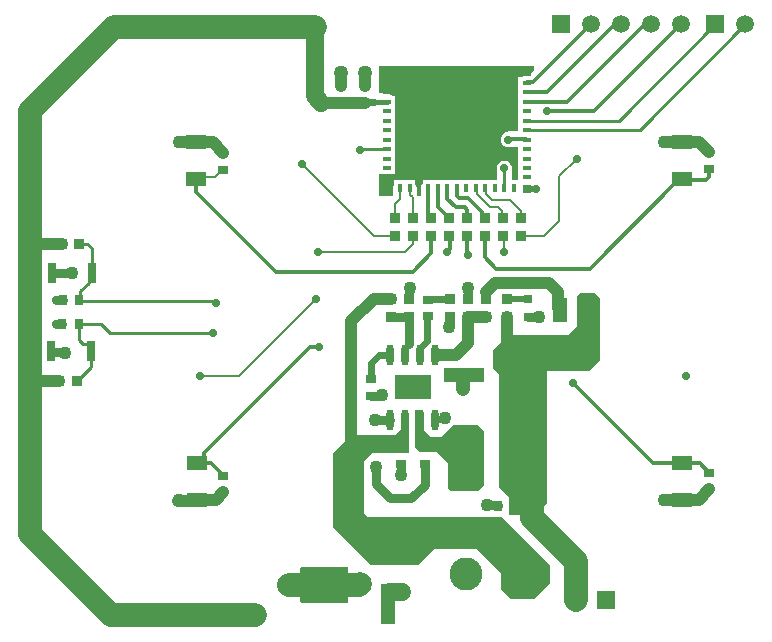
<source format=gtl>
G04*
G04 #@! TF.GenerationSoftware,Altium Limited,Altium Designer,24.10.1 (45)*
G04*
G04 Layer_Physical_Order=1*
G04 Layer_Color=255*
%FSLAX25Y25*%
%MOIN*%
G70*
G04*
G04 #@! TF.SameCoordinates,D125F1F0-FD59-41E9-894A-6D37F1295767*
G04*
G04*
G04 #@! TF.FilePolarity,Positive*
G04*
G01*
G75*
%ADD11C,0.01000*%
%ADD12C,0.01181*%
%ADD14C,0.00787*%
%ADD23R,0.05709X0.05709*%
%ADD24R,0.03150X0.01575*%
%ADD25R,0.01575X0.03150*%
%ADD26R,0.02756X0.02756*%
%ADD27R,0.13780X0.04724*%
%ADD28R,0.12205X0.07874*%
%ADD29O,0.02362X0.07087*%
%ADD30R,0.09449X0.19291*%
%ADD31R,0.03150X0.03150*%
%ADD32R,0.03150X0.06693*%
%ADD33R,0.05118X0.07874*%
%ADD34R,0.07874X0.07874*%
%ADD35R,0.06693X0.04724*%
%ADD36R,0.03150X0.03543*%
%ADD37R,0.03543X0.03150*%
%ADD38R,0.04724X0.13780*%
%ADD67R,0.03175X0.03402*%
G04:AMPARAMS|DCode=68|XSize=90mil|YSize=120mil|CornerRadius=2.25mil|HoleSize=0mil|Usage=FLASHONLY|Rotation=0.000|XOffset=0mil|YOffset=0mil|HoleType=Round|Shape=RoundedRectangle|*
%AMROUNDEDRECTD68*
21,1,0.09000,0.11550,0,0,0.0*
21,1,0.08550,0.12000,0,0,0.0*
1,1,0.00450,0.04275,-0.05775*
1,1,0.00450,-0.04275,-0.05775*
1,1,0.00450,-0.04275,0.05775*
1,1,0.00450,0.04275,0.05775*
%
%ADD68ROUNDEDRECTD68*%
%ADD69R,0.03402X0.03175*%
%ADD70C,0.03937*%
%ADD71C,0.07874*%
%ADD72C,0.00669*%
%ADD73C,0.01968*%
%ADD74C,0.03150*%
%ADD75C,0.05906*%
%ADD76C,0.02362*%
%ADD77C,0.04724*%
%ADD78C,0.01575*%
%ADD79C,0.02756*%
%ADD80R,0.05906X0.05906*%
%ADD81C,0.05906*%
%ADD82C,0.11000*%
%ADD83C,0.04331*%
%ADD84C,0.07874*%
%ADD85C,0.05000*%
%ADD86C,0.02400*%
G36*
X173194Y189274D02*
X171823Y187903D01*
X170824D01*
X170156Y187815D01*
X169534Y187557D01*
X168999Y187147D01*
X168946Y187093D01*
X167872D01*
Y183157D01*
Y180007D01*
Y176857D01*
Y173708D01*
Y169005D01*
X164770D01*
X164102Y168917D01*
X163479Y168659D01*
X162945Y168249D01*
X162769Y168073D01*
X162666Y167939D01*
X162546Y167819D01*
X162462Y167673D01*
X162359Y167539D01*
X162294Y167382D01*
X162209Y167236D01*
X162166Y167072D01*
X162101Y166916D01*
X162079Y166748D01*
X162035Y166585D01*
Y166416D01*
X162013Y166248D01*
X162035Y166080D01*
Y165911D01*
X162079Y165748D01*
X162101Y165580D01*
X162166Y165424D01*
X162209Y165260D01*
X162294Y165114D01*
X162359Y164958D01*
X162462Y164823D01*
X162546Y164677D01*
X162666Y164557D01*
X162769Y164423D01*
X162903Y164320D01*
X163023Y164200D01*
X163169Y164116D01*
X163303Y164013D01*
X163460Y163948D01*
X163606Y163864D01*
X163770Y163820D01*
X163926Y163755D01*
X164094Y163733D01*
X164257Y163689D01*
X164426D01*
X164594Y163667D01*
X164762Y163689D01*
X164931D01*
X165094Y163733D01*
X165262Y163755D01*
X165418Y163820D01*
X165506Y163843D01*
X167872D01*
Y161109D01*
Y157960D01*
Y152842D01*
X165710D01*
Y156129D01*
X165753Y156287D01*
Y156960D01*
X165578Y157611D01*
X165241Y158195D01*
X164765Y158671D01*
X164181Y159008D01*
X163530Y159183D01*
X162857D01*
X162206Y159008D01*
X161622Y158671D01*
X161146Y158195D01*
X160809Y157611D01*
X160635Y156960D01*
Y156287D01*
X160677Y156129D01*
Y152842D01*
X135982D01*
Y151724D01*
X135715Y151376D01*
X135457Y150754D01*
X135369Y150086D01*
Y147330D01*
X133999D01*
Y150086D01*
X133821Y150984D01*
X133620Y151285D01*
Y152842D01*
X126533D01*
Y151285D01*
X126332Y150984D01*
X126153Y150086D01*
Y147330D01*
X121415D01*
Y154810D01*
X126927D01*
Y157960D01*
Y161109D01*
Y164259D01*
Y167409D01*
Y170558D01*
Y173708D01*
Y178645D01*
X126950Y178826D01*
X126927Y179006D01*
Y180794D01*
X126132D01*
X125561Y181233D01*
X124890Y181511D01*
X124171Y181605D01*
X121415D01*
Y190402D01*
X121507Y190623D01*
X173194D01*
Y189274D01*
D02*
G37*
G36*
X136455Y75387D02*
Y69387D01*
X138594Y67248D01*
X142124D01*
X146124Y71248D01*
X154594D01*
X156594Y69248D01*
Y51248D01*
X154594Y49248D01*
X145594D01*
X144594Y50248D01*
Y58248D01*
X140823Y62019D01*
X134965D01*
X133594Y63390D01*
Y76248D01*
X135594D01*
X136455Y75387D01*
D02*
G37*
G36*
X195257Y113585D02*
Y92911D01*
X191594Y89248D01*
X177594D01*
Y45248D01*
X173594Y41248D01*
X164942D01*
Y47042D01*
X161594Y50390D01*
Y88248D01*
X159594Y90248D01*
Y96248D01*
X164594Y101248D01*
X184594D01*
X187594Y104248D01*
Y114248D01*
X188594Y115248D01*
X193594D01*
X195257Y113585D01*
D02*
G37*
G36*
X131430Y62243D02*
X131005Y61818D01*
X119103D01*
X116340Y59055D01*
Y41840D01*
X117863Y40317D01*
X162525D01*
X178402Y24440D01*
Y18318D01*
X173159Y13076D01*
X165472D01*
X162142Y16405D01*
Y21675D01*
X154193Y29623D01*
X139654D01*
X134370Y24340D01*
X134335Y24376D01*
X118784D01*
X106193Y36966D01*
Y61624D01*
X112194Y67624D01*
X126931Y67624D01*
X128951Y69643D01*
Y74783D01*
X131395D01*
X131430Y74818D01*
Y62243D01*
D02*
G37*
D11*
X21438Y99561D02*
X22886Y98113D01*
X24301D01*
X25376Y97038D01*
X21438Y99561D02*
Y104624D01*
X25376Y95624D02*
Y97038D01*
X20732Y85770D02*
X21820Y86857D01*
X21933D02*
X25450Y90375D01*
X21820Y86857D02*
X21933D01*
X25450Y90375D02*
Y95624D01*
X20732Y85657D02*
Y85770D01*
X31698Y101623D02*
X66193D01*
X28898Y104624D02*
X31698Y101824D01*
X21438Y104624D02*
X28898D01*
X66718Y111624D02*
X67194D01*
X21817Y112369D02*
X65973D01*
X66718Y111624D01*
X21879Y115776D02*
X24662Y118559D01*
Y120549D02*
X25736Y121624D01*
X24662Y118559D02*
Y120549D01*
X21879Y112948D02*
Y115776D01*
X25736Y121624D02*
Y130017D01*
X21605Y131491D02*
X24263D01*
X25736Y130017D01*
X170627Y169377D02*
X208348D01*
X243594Y204624D01*
X201497Y172527D02*
X233594Y204624D01*
X170627Y172527D02*
X201497D01*
X170627D02*
X170915Y172814D01*
X163194Y150729D02*
Y156623D01*
X115669Y162624D02*
X116123Y163078D01*
X124171D01*
X115193Y162624D02*
X115669D01*
D12*
X63076Y60093D02*
Y61730D01*
X98293Y96947D02*
X101293D01*
X60632Y58321D02*
X61304D01*
X63076Y60093D01*
Y61730D02*
X98293Y96947D01*
X101293D02*
X101594Y97248D01*
X61109Y58321D02*
X65521D01*
X156856Y126986D02*
X160594Y123248D01*
X191747D01*
X221609Y153111D01*
X156856Y126986D02*
Y134070D01*
X132818Y122248D02*
X138856Y128286D01*
X60598Y148698D02*
X87048Y122248D01*
X132818D01*
X170627Y181975D02*
X177321D01*
X199065Y203719D01*
X193246Y175676D02*
X222194Y204624D01*
X177594Y175676D02*
X193246D01*
X164594Y166248D02*
X164770Y166424D01*
X170431D01*
X170627Y166227D01*
Y178826D02*
X184172D01*
X209065Y203719D02*
X211290D01*
X184172Y178826D02*
X209065Y203719D01*
X211290D02*
X212193Y204624D01*
X199065Y203719D02*
X201290D01*
X202193Y204624D01*
X172892Y185322D02*
X192193Y204624D01*
X170824Y185322D02*
X172892D01*
X155746Y140998D02*
X156743Y140001D01*
X151193Y146624D02*
X155746Y142071D01*
Y140998D02*
Y142071D01*
X156743Y140001D02*
X156856D01*
X147399Y147418D02*
X148194Y146624D01*
X147399Y147418D02*
Y150086D01*
X148194Y146624D02*
X151193D01*
X147194Y143623D02*
X150164D01*
X150856Y140001D02*
Y142932D01*
X150164Y143623D02*
X150856Y142932D01*
X222594Y153111D02*
X223081Y152623D01*
X230441D01*
X231594Y153777D01*
Y156492D01*
X170627Y185125D02*
X170824Y185322D01*
X144193Y129050D02*
X145025Y129881D01*
X144193Y128623D02*
Y129050D01*
X145025Y129881D02*
Y133936D01*
X144856Y134104D02*
X145025Y133936D01*
X212913Y58345D02*
X228301D01*
X186194Y85064D02*
X212913Y58345D01*
X221609Y153111D02*
X222594D01*
X151193Y127623D02*
Y128050D01*
X150856Y128387D02*
X151193Y128050D01*
X150856Y128387D02*
Y134070D01*
X231397Y55248D02*
X231594D01*
X228301Y58345D02*
X231397Y55248D01*
X68413Y55232D02*
Y55429D01*
Y55232D02*
X69397Y54248D01*
X69594D01*
X65521Y58321D02*
X68413Y55429D01*
X138856Y128286D02*
Y134139D01*
X144249Y146567D02*
X147194Y143623D01*
X144249Y146567D02*
Y150086D01*
X141168Y143610D02*
Y150017D01*
Y143610D02*
X144743Y140035D01*
X144856D01*
X141100Y150086D02*
X141168Y150017D01*
X137950Y140975D02*
Y150086D01*
Y140975D02*
X138856Y140070D01*
X60598Y148698D02*
Y153176D01*
D14*
X61090Y153668D02*
X66817D01*
X60598Y153176D02*
X61090Y153668D01*
X66817D02*
X69397Y156248D01*
X69594D01*
D23*
X139623Y177153D02*
D03*
X147399D02*
D03*
X155175D02*
D03*
Y169377D02*
D03*
Y161601D02*
D03*
X147399D02*
D03*
X139623D02*
D03*
Y169377D02*
D03*
X147399D02*
D03*
D24*
X124171Y185125D02*
D03*
Y181975D02*
D03*
Y178826D02*
D03*
Y175676D02*
D03*
Y172527D02*
D03*
Y169377D02*
D03*
Y166227D02*
D03*
Y163078D02*
D03*
Y159928D02*
D03*
Y156779D02*
D03*
Y153629D02*
D03*
X170627D02*
D03*
Y156779D02*
D03*
Y159928D02*
D03*
Y163078D02*
D03*
Y166227D02*
D03*
Y169377D02*
D03*
Y172527D02*
D03*
Y175676D02*
D03*
Y178826D02*
D03*
Y181975D02*
D03*
Y185125D02*
D03*
D25*
X128501Y150086D02*
D03*
X131651D02*
D03*
X134801D02*
D03*
X137950D02*
D03*
X141100D02*
D03*
X144249D02*
D03*
X147399D02*
D03*
X150549D02*
D03*
X153698D02*
D03*
X156848D02*
D03*
X159997D02*
D03*
X163147D02*
D03*
X166297D02*
D03*
Y188668D02*
D03*
X163147D02*
D03*
X159997D02*
D03*
X156848D02*
D03*
X153698D02*
D03*
X150549D02*
D03*
X147399D02*
D03*
X144249D02*
D03*
X141100D02*
D03*
X137950D02*
D03*
X134801D02*
D03*
X131651D02*
D03*
X128501D02*
D03*
D26*
X170824Y188865D02*
D03*
Y149889D02*
D03*
X123974D02*
D03*
Y188865D02*
D03*
D27*
X170705Y87625D02*
D03*
X149682D02*
D03*
D28*
X132627Y83668D02*
D03*
D29*
X140193Y94454D02*
D03*
X135194D02*
D03*
X130193D02*
D03*
X125194D02*
D03*
X140193Y72623D02*
D03*
X135194D02*
D03*
X130193D02*
D03*
X125194D02*
D03*
D30*
X169280Y60248D02*
D03*
X149594D02*
D03*
D31*
X171033Y113263D02*
D03*
X171061Y106968D02*
D03*
D32*
X25736Y121624D02*
D03*
X12350D02*
D03*
X11989Y95624D02*
D03*
X25376D02*
D03*
D33*
X190927Y109542D02*
D03*
X181871D02*
D03*
D34*
X186399Y93794D02*
D03*
D35*
X222594Y153111D02*
D03*
Y165316D02*
D03*
X60598Y153176D02*
D03*
Y165381D02*
D03*
X222604Y46140D02*
D03*
Y58345D02*
D03*
X60632Y46116D02*
D03*
Y58321D02*
D03*
D36*
X161083Y44248D02*
D03*
X166594D02*
D03*
X21438Y104624D02*
D03*
X15927D02*
D03*
X21554Y112623D02*
D03*
X16044D02*
D03*
D37*
X136834Y58166D02*
D03*
Y63677D02*
D03*
X128834D02*
D03*
Y58166D02*
D03*
X108856Y178559D02*
D03*
Y184070D02*
D03*
X116856D02*
D03*
Y178559D02*
D03*
X137799Y107300D02*
D03*
Y112811D02*
D03*
X231594Y49737D02*
D03*
Y55248D02*
D03*
X231594Y162003D02*
D03*
Y156492D02*
D03*
X69594Y48737D02*
D03*
Y54248D02*
D03*
Y161759D02*
D03*
Y156248D02*
D03*
X118628Y80913D02*
D03*
Y86424D02*
D03*
D38*
X124595Y32460D02*
D03*
Y11437D02*
D03*
D67*
X21605Y131491D02*
D03*
X15674D02*
D03*
X14801Y85657D02*
D03*
X20732D02*
D03*
D68*
X106693Y17624D02*
D03*
X99694D02*
D03*
D69*
X131442Y107166D02*
D03*
Y113097D02*
D03*
X162856Y140001D02*
D03*
Y134070D02*
D03*
X150856D02*
D03*
Y140001D02*
D03*
X156856Y134070D02*
D03*
Y140001D02*
D03*
X132856Y134104D02*
D03*
Y140035D02*
D03*
X126856D02*
D03*
Y134104D02*
D03*
X144856Y140035D02*
D03*
Y134104D02*
D03*
X168856D02*
D03*
Y140035D02*
D03*
X138856Y134139D02*
D03*
Y140070D02*
D03*
X125442Y107166D02*
D03*
Y113097D02*
D03*
X164024D02*
D03*
Y107166D02*
D03*
X157253D02*
D03*
Y113097D02*
D03*
X151253D02*
D03*
Y107166D02*
D03*
X145020Y107185D02*
D03*
Y113117D02*
D03*
D70*
X5193Y85860D02*
X5397Y85657D01*
X5018Y86036D02*
X5193Y85860D01*
X5397Y85657D02*
X14801D01*
X5193Y131491D02*
X15674D01*
X4506D02*
X5193D01*
X4326Y131311D02*
X4506Y131491D01*
X102258Y178559D02*
X116856D01*
X54811Y165342D02*
X54850Y165381D01*
X60598D01*
X54591Y45848D02*
X60364D01*
X60632Y46116D01*
X216537Y46140D02*
X222604D01*
X216505Y46172D02*
X216537Y46140D01*
X216464Y165451D02*
X216592Y165323D01*
X222586D02*
X222594Y165316D01*
X216592Y165323D02*
X222586D01*
X116856Y184070D02*
Y188542D01*
X116801Y188596D02*
X116856Y188542D01*
X108825Y188524D02*
X108856Y188493D01*
Y184070D02*
Y188493D01*
X178193Y118454D02*
X181281Y115367D01*
Y110133D02*
X181871Y109542D01*
X160122Y118454D02*
X178193D01*
X181281Y110133D02*
Y115367D01*
X113194Y64623D02*
Y64730D01*
X112194Y105623D02*
X119667Y113097D01*
X112194Y65730D02*
X113194Y64730D01*
X112194Y65730D02*
Y105623D01*
X119667Y113097D02*
X125442D01*
X164024Y92792D02*
Y107166D01*
X141444Y94421D02*
X146991D01*
X151127Y98557D02*
Y107153D01*
X146991Y94421D02*
X151127Y98557D01*
X151140Y107166D02*
X157253D01*
Y115585D02*
X160122Y118454D01*
X151127Y107153D02*
X151140Y107166D01*
X222604Y46140D02*
X227996D01*
X231594Y49737D01*
X222594Y165316D02*
X228282D01*
X231594Y162003D01*
X66973Y46116D02*
X69594Y48737D01*
X60632Y46116D02*
X66973D01*
X65972Y165381D02*
X69594Y161759D01*
X60598Y165381D02*
X65972D01*
D71*
X5193Y86036D02*
Y131491D01*
Y34624D02*
Y85860D01*
Y131491D02*
Y175624D01*
X33193Y203624D01*
X91497Y17624D02*
X96193D01*
X91476Y17644D02*
X91497Y17624D01*
X110427Y17857D02*
X114768D01*
X114999Y18089D01*
X110194Y17624D02*
X110427Y17857D01*
X172594Y40248D02*
Y45248D01*
X187194Y12623D02*
Y25649D01*
X172594Y40248D02*
X187194Y25649D01*
X33193Y203624D02*
X100194D01*
X5193Y34624D02*
X32015Y7802D01*
X80194D01*
D72*
X126856Y140035D02*
Y144627D01*
X128501Y146273D01*
X132856Y140035D02*
Y146984D01*
X131924Y147916D02*
X132856Y146984D01*
X131924Y147916D02*
Y149812D01*
X131651Y150086D02*
X131924Y149812D01*
X128501Y146273D02*
Y150086D01*
X61670Y87497D02*
X74843D01*
X100594Y113248D01*
X168856Y134104D02*
X176450D01*
X181594Y139248D01*
Y153948D01*
X187344Y159698D01*
X159065Y146248D02*
X165131D01*
X168856Y142523D01*
X157242Y148072D02*
X159065Y146248D01*
X154092Y148072D02*
X158509Y143655D01*
X154092Y148072D02*
Y149692D01*
X153698Y150086D02*
X154092Y149692D01*
X158509Y143655D02*
X161162D01*
X101193Y128623D02*
X130193D01*
X163194D02*
Y133732D01*
X162856Y134070D02*
X163194Y133732D01*
X161162Y143655D02*
X162509Y142308D01*
Y140348D02*
Y142308D01*
Y140348D02*
X162856Y140001D01*
X130193Y128623D02*
X132856Y131286D01*
Y134104D01*
X119911D02*
X126856D01*
X95843Y158172D02*
X119911Y134104D01*
X168856Y140035D02*
Y142523D01*
X157242Y148072D02*
Y149692D01*
X156848Y150086D02*
X157242Y149692D01*
D73*
X170824Y149889D02*
X170838Y149875D01*
X173644D02*
X173658Y149862D01*
X170838Y149875D02*
X173644D01*
X170950Y113180D02*
X171033Y113263D01*
X164024Y113097D02*
X164107Y113180D01*
X170950D01*
D74*
X128807Y58166D02*
X128807Y58166D01*
X128781Y54590D02*
X128807Y54616D01*
X128807Y58166D02*
X128834D01*
X128807Y54616D02*
Y58166D01*
X118628Y80913D02*
X118628Y80913D01*
X122439D02*
X122499Y80972D01*
X118628Y80913D02*
X122439D01*
X144904Y103621D02*
X144962Y103680D01*
X144975Y107185D02*
X145020D01*
X144962Y103680D02*
Y107173D01*
X144975Y107185D01*
X131542Y113110D02*
Y116747D01*
X131442Y113097D02*
X131529D01*
X131542Y113110D01*
Y116747D02*
X131642Y116847D01*
X151254Y113098D02*
Y116812D01*
X151255Y116813D01*
X151253Y113097D02*
X151254Y113098D01*
X171061Y106968D02*
X174737D01*
X174741Y106971D01*
X161083Y44272D02*
X161083Y44272D01*
X157327Y44295D02*
X157351Y44272D01*
X161083Y44248D02*
Y44272D01*
X157351Y44272D02*
X161083D01*
X13886Y104624D02*
X15927D01*
X13886Y112623D02*
X16044D01*
X11989Y95414D02*
X11989Y95414D01*
X11989Y95414D02*
Y95624D01*
X11989Y95414D02*
X16439D01*
X16649Y95203D01*
X12350Y121624D02*
X19044D01*
X136834Y51264D02*
Y58166D01*
X125194Y46624D02*
X132194D01*
X136834Y51264D01*
X120420Y51398D02*
X125194Y46624D01*
X120420Y51398D02*
Y57093D01*
X120194Y72623D02*
X125194D01*
X125442Y107166D02*
X130193D01*
X131329D01*
Y97952D02*
Y107153D01*
X157253Y113097D02*
Y115585D01*
D75*
X125186Y15374D02*
X129104D01*
X129200Y15470D01*
X100194Y180623D02*
Y203624D01*
Y180623D02*
X102258Y178559D01*
D76*
X140193Y72987D02*
X143130D01*
X140193Y72623D02*
Y72987D01*
X143130D02*
X143493Y73349D01*
X116856Y178559D02*
X117123Y178826D01*
X119839D01*
X130193Y64839D02*
Y72623D01*
X129031Y63677D02*
X130193Y64839D01*
X128834Y63677D02*
X129031D01*
X131329Y107166D02*
X131442D01*
X140193Y94421D02*
X141444D01*
X140193D02*
Y94454D01*
X137952Y112964D02*
X144868D01*
X145020Y113117D01*
X137799Y112811D02*
X137952Y112964D01*
X136650Y98284D02*
X137602Y99236D01*
X135194Y96816D02*
X136650Y98273D01*
Y98284D01*
X137602Y99236D02*
Y107300D01*
X135194Y94454D02*
Y96816D01*
X130193Y96816D02*
X131329Y97952D01*
X130193Y94454D02*
Y96816D01*
X118628Y86424D02*
Y91668D01*
X121414Y94454D01*
X125194D01*
D77*
X149594Y83248D02*
Y87625D01*
X149594Y87625D02*
X149682D01*
X149594Y87625D02*
X149594Y87625D01*
D78*
X119839Y178826D02*
X124171D01*
D79*
X187344Y159698D02*
D03*
X61670Y87497D02*
D03*
X95843Y158172D02*
D03*
X223670Y87497D02*
D03*
X173658Y149862D02*
D03*
X100594Y113248D02*
D03*
X101594Y97248D02*
D03*
X164594Y166248D02*
D03*
X177594Y175676D02*
D03*
X13886Y104624D02*
D03*
Y112623D02*
D03*
X101193Y128623D02*
D03*
X163194Y156623D02*
D03*
X66193Y101623D02*
D03*
X115193Y162624D02*
D03*
X67194Y111624D02*
D03*
X144193Y128623D02*
D03*
X186194Y85064D02*
D03*
X163194Y128623D02*
D03*
X151193Y127623D02*
D03*
X160194Y161624D02*
D03*
Y169623D02*
D03*
Y177623D02*
D03*
X155628Y182668D02*
D03*
X144627D02*
D03*
X138628D02*
D03*
X149627D02*
D03*
D80*
X182194Y204624D02*
D03*
X233594D02*
D03*
X197194Y12623D02*
D03*
D81*
X192193Y204624D02*
D03*
X202193D02*
D03*
X212193D02*
D03*
X222194D02*
D03*
X243594D02*
D03*
X187194Y12623D02*
D03*
D82*
X170595Y21437D02*
D03*
X150595D02*
D03*
D83*
X54779Y165310D02*
D03*
X216410Y165316D02*
D03*
X128781Y54590D02*
D03*
X122499Y80972D02*
D03*
X144904Y103621D02*
D03*
X131642Y116847D02*
D03*
X151255Y116813D02*
D03*
X174741Y106971D02*
D03*
X129200Y15470D02*
D03*
X157327Y44295D02*
D03*
X143493Y73349D02*
D03*
X149594Y83248D02*
D03*
X172594Y45248D02*
D03*
X171594Y78248D02*
D03*
X80194Y7802D02*
D03*
X16649Y95203D02*
D03*
X19044Y121624D02*
D03*
X113194Y64623D02*
D03*
X120420Y57093D02*
D03*
X120194Y72623D02*
D03*
X164024Y92792D02*
D03*
X216546Y46151D02*
D03*
X54678Y46066D02*
D03*
D84*
X91476Y17644D02*
D03*
X114999Y18089D02*
D03*
D85*
X116801Y188596D02*
D03*
X108825Y188524D02*
D03*
D86*
X134662Y85507D02*
D03*
Y81570D02*
D03*
X130726D02*
D03*
Y85507D02*
D03*
M02*

</source>
